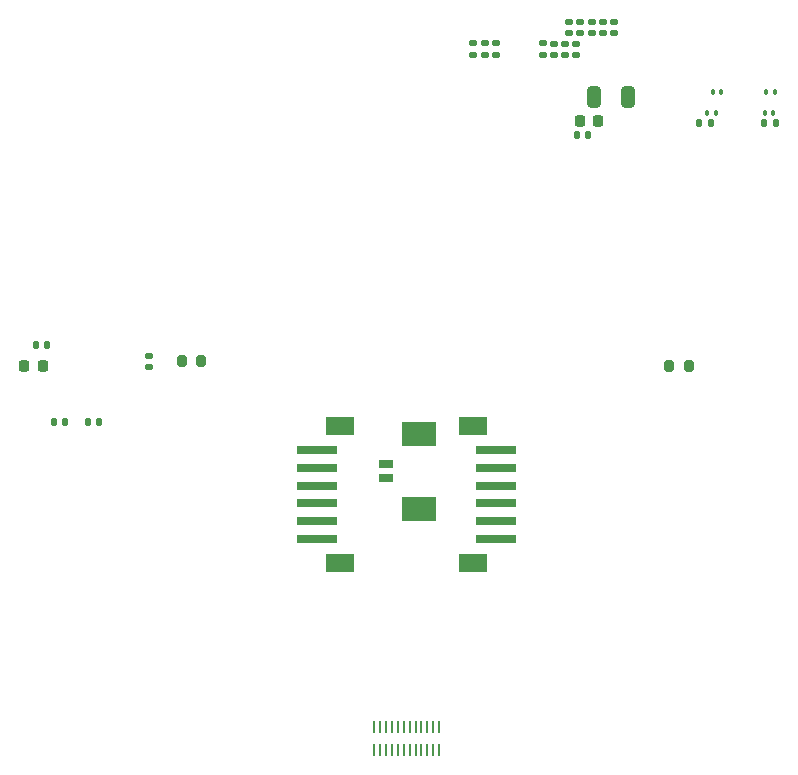
<source format=gbr>
%TF.GenerationSoftware,KiCad,Pcbnew,7.0.6-7.0.6~ubuntu22.04.1*%
%TF.CreationDate,2023-09-05T19:31:35-04:00*%
%TF.ProjectId,robot,726f626f-742e-46b6-9963-61645f706362,rev?*%
%TF.SameCoordinates,Original*%
%TF.FileFunction,Paste,Bot*%
%TF.FilePolarity,Positive*%
%FSLAX46Y46*%
G04 Gerber Fmt 4.6, Leading zero omitted, Abs format (unit mm)*
G04 Created by KiCad (PCBNEW 7.0.6-7.0.6~ubuntu22.04.1) date 2023-09-05 19:31:35*
%MOMM*%
%LPD*%
G01*
G04 APERTURE LIST*
G04 Aperture macros list*
%AMRoundRect*
0 Rectangle with rounded corners*
0 $1 Rounding radius*
0 $2 $3 $4 $5 $6 $7 $8 $9 X,Y pos of 4 corners*
0 Add a 4 corners polygon primitive as box body*
4,1,4,$2,$3,$4,$5,$6,$7,$8,$9,$2,$3,0*
0 Add four circle primitives for the rounded corners*
1,1,$1+$1,$2,$3*
1,1,$1+$1,$4,$5*
1,1,$1+$1,$6,$7*
1,1,$1+$1,$8,$9*
0 Add four rect primitives between the rounded corners*
20,1,$1+$1,$2,$3,$4,$5,0*
20,1,$1+$1,$4,$5,$6,$7,0*
20,1,$1+$1,$6,$7,$8,$9,0*
20,1,$1+$1,$8,$9,$2,$3,0*%
G04 Aperture macros list end*
%ADD10RoundRect,0.140000X0.170000X-0.140000X0.170000X0.140000X-0.170000X0.140000X-0.170000X-0.140000X0*%
%ADD11RoundRect,0.200000X0.200000X0.275000X-0.200000X0.275000X-0.200000X-0.275000X0.200000X-0.275000X0*%
%ADD12RoundRect,0.140000X0.140000X0.170000X-0.140000X0.170000X-0.140000X-0.170000X0.140000X-0.170000X0*%
%ADD13RoundRect,0.140000X-0.170000X0.140000X-0.170000X-0.140000X0.170000X-0.140000X0.170000X0.140000X0*%
%ADD14RoundRect,0.050000X0.100000X0.200000X-0.100000X0.200000X-0.100000X-0.200000X0.100000X-0.200000X0*%
%ADD15RoundRect,0.140000X-0.140000X-0.170000X0.140000X-0.170000X0.140000X0.170000X-0.140000X0.170000X0*%
%ADD16RoundRect,0.050000X-0.100000X-0.200000X0.100000X-0.200000X0.100000X0.200000X-0.100000X0.200000X0*%
%ADD17RoundRect,0.225000X0.225000X0.250000X-0.225000X0.250000X-0.225000X-0.250000X0.225000X-0.250000X0*%
%ADD18R,0.280000X1.050000*%
%ADD19RoundRect,0.225000X-0.225000X-0.250000X0.225000X-0.250000X0.225000X0.250000X-0.225000X0.250000X0*%
%ADD20R,1.300000X0.800000*%
%ADD21R,3.000000X2.100000*%
%ADD22R,3.403600X0.711200*%
%ADD23R,2.387600X1.600200*%
%ADD24RoundRect,0.250000X0.325000X0.650000X-0.325000X0.650000X-0.325000X-0.650000X0.325000X-0.650000X0*%
G04 APERTURE END LIST*
D10*
%TO.C,C121*%
X115650000Y-92140000D03*
X115650000Y-93100000D03*
%TD*%
D11*
%TO.C,R90*%
X122250000Y-121300000D03*
X123900000Y-121300000D03*
%TD*%
D12*
%TO.C,C18*%
X130270000Y-100750000D03*
X131230000Y-100750000D03*
%TD*%
D13*
%TO.C,C128*%
X114350000Y-94955000D03*
X114350000Y-93995000D03*
%TD*%
D14*
%TO.C,U28*%
X130450000Y-98050000D03*
X131150000Y-98050000D03*
%TD*%
D15*
%TO.C,C14*%
X71075207Y-125983831D03*
X70115207Y-125983831D03*
%TD*%
D13*
%TO.C,C117*%
X113400000Y-94955000D03*
X113400000Y-93995000D03*
%TD*%
%TO.C,C118*%
X107550000Y-94930000D03*
X107550000Y-93970000D03*
%TD*%
%TO.C,C120*%
X106600000Y-94930000D03*
X106600000Y-93970000D03*
%TD*%
D16*
%TO.C,U27*%
X126150000Y-99850000D03*
X125450000Y-99850000D03*
%TD*%
D17*
%TO.C,C17*%
X67625000Y-121300000D03*
X69175000Y-121300000D03*
%TD*%
D14*
%TO.C,U26*%
X130300000Y-99850000D03*
X131000000Y-99850000D03*
%TD*%
D13*
%TO.C,C115*%
X112450000Y-94955000D03*
X112450000Y-93995000D03*
%TD*%
D10*
%TO.C,C116*%
X114700000Y-92140000D03*
X114700000Y-93100000D03*
%TD*%
D11*
%TO.C,R23*%
X80975000Y-120900000D03*
X82625000Y-120900000D03*
%TD*%
D15*
%TO.C,C19*%
X125750000Y-100750000D03*
X124790000Y-100750000D03*
%TD*%
D18*
%TO.C,J4*%
X97250000Y-151875000D03*
X97750000Y-151875000D03*
X98250000Y-151875000D03*
X98750000Y-151875000D03*
X99250000Y-151875000D03*
X99750000Y-151875000D03*
X100250000Y-151875000D03*
X100750000Y-151875000D03*
X101250000Y-151875000D03*
X101750000Y-151875000D03*
X102250000Y-151875000D03*
X102750000Y-151875000D03*
X102750000Y-153825000D03*
X102250000Y-153825000D03*
X101750000Y-153825000D03*
X101250000Y-153825000D03*
X100750000Y-153825000D03*
X100250000Y-153825000D03*
X99750000Y-153825000D03*
X99250000Y-153825000D03*
X98750000Y-153825000D03*
X98250000Y-153825000D03*
X97750000Y-153825000D03*
X97250000Y-153825000D03*
%TD*%
D13*
%TO.C,C37*%
X78200000Y-121380000D03*
X78200000Y-120420000D03*
%TD*%
D19*
%TO.C,C124*%
X116225000Y-100500000D03*
X114675000Y-100500000D03*
%TD*%
D15*
%TO.C,C126*%
X115380000Y-101700000D03*
X114420000Y-101700000D03*
%TD*%
D12*
%TO.C,C11*%
X68620000Y-119500000D03*
X69580000Y-119500000D03*
%TD*%
D20*
%TO.C,SW1*%
X98250000Y-129550000D03*
X98250000Y-130800000D03*
D21*
X101000000Y-133350000D03*
X101000000Y-127000000D03*
%TD*%
D22*
%TO.C,J3*%
X92403500Y-135925000D03*
X92403500Y-134425001D03*
X92403500Y-132925001D03*
X92403500Y-131424999D03*
X92403500Y-129924999D03*
X92403500Y-128425000D03*
D23*
X94353501Y-137975001D03*
X94353501Y-126374999D03*
%TD*%
D10*
%TO.C,C113*%
X113750000Y-92140000D03*
X113750000Y-93100000D03*
%TD*%
%TO.C,C114*%
X117550000Y-92140000D03*
X117550000Y-93100000D03*
%TD*%
%TO.C,C122*%
X111500000Y-93970000D03*
X111500000Y-94930000D03*
%TD*%
D13*
%TO.C,C123*%
X105650000Y-94930000D03*
X105650000Y-93970000D03*
%TD*%
D22*
%TO.C,J5*%
X107596500Y-128425000D03*
X107596500Y-129924999D03*
X107596500Y-131424999D03*
X107596500Y-132925001D03*
X107596500Y-134425001D03*
X107596500Y-135925000D03*
D23*
X105646499Y-126374999D03*
X105646499Y-137975001D03*
%TD*%
D16*
%TO.C,U29*%
X126650000Y-98050000D03*
X125950000Y-98050000D03*
%TD*%
D24*
%TO.C,C125*%
X118775000Y-98550000D03*
X115825000Y-98550000D03*
%TD*%
D12*
%TO.C,C7*%
X73015207Y-125983831D03*
X73975207Y-125983831D03*
%TD*%
D10*
%TO.C,C119*%
X116600000Y-92140000D03*
X116600000Y-93100000D03*
%TD*%
M02*

</source>
